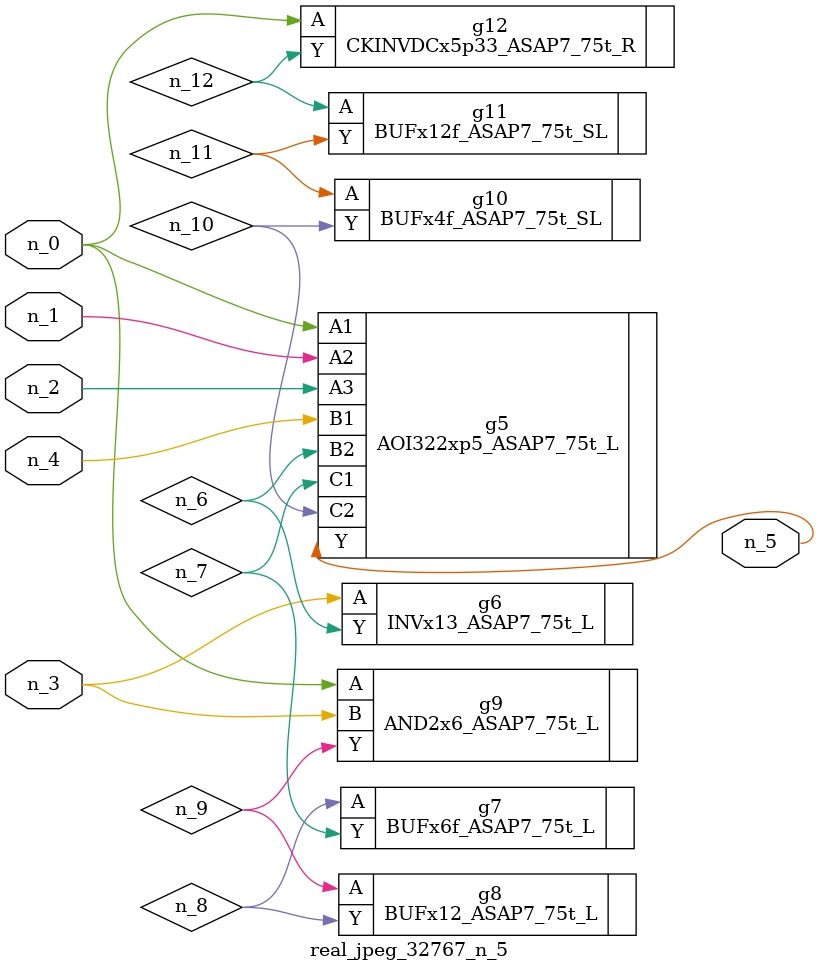
<source format=v>
module real_jpeg_32767_n_5 (n_4, n_0, n_1, n_2, n_3, n_5);

input n_4;
input n_0;
input n_1;
input n_2;
input n_3;

output n_5;

wire n_12;
wire n_8;
wire n_11;
wire n_6;
wire n_7;
wire n_10;
wire n_9;

AOI322xp5_ASAP7_75t_L g5 ( 
.A1(n_0),
.A2(n_1),
.A3(n_2),
.B1(n_4),
.B2(n_6),
.C1(n_7),
.C2(n_10),
.Y(n_5)
);

AND2x6_ASAP7_75t_L g9 ( 
.A(n_0),
.B(n_3),
.Y(n_9)
);

CKINVDCx5p33_ASAP7_75t_R g12 ( 
.A(n_0),
.Y(n_12)
);

INVx13_ASAP7_75t_L g6 ( 
.A(n_3),
.Y(n_6)
);

BUFx6f_ASAP7_75t_L g7 ( 
.A(n_8),
.Y(n_7)
);

BUFx12_ASAP7_75t_L g8 ( 
.A(n_9),
.Y(n_8)
);

BUFx4f_ASAP7_75t_SL g10 ( 
.A(n_11),
.Y(n_10)
);

BUFx12f_ASAP7_75t_SL g11 ( 
.A(n_12),
.Y(n_11)
);


endmodule
</source>
